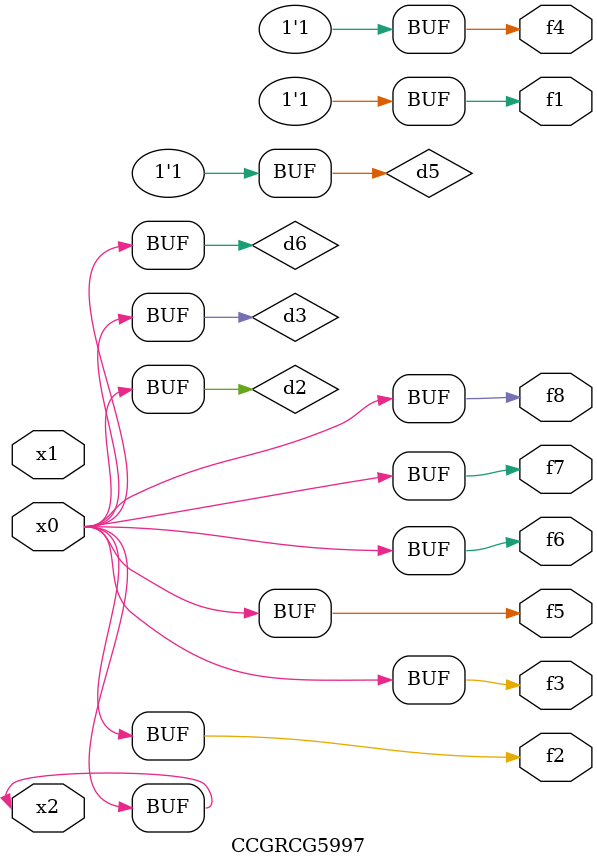
<source format=v>
module CCGRCG5997(
	input x0, x1, x2,
	output f1, f2, f3, f4, f5, f6, f7, f8
);

	wire d1, d2, d3, d4, d5, d6;

	xnor (d1, x2);
	buf (d2, x0, x2);
	and (d3, x0);
	xnor (d4, x1, x2);
	nand (d5, d1, d3);
	buf (d6, d2, d3);
	assign f1 = d5;
	assign f2 = d6;
	assign f3 = d6;
	assign f4 = d5;
	assign f5 = d6;
	assign f6 = d6;
	assign f7 = d6;
	assign f8 = d6;
endmodule

</source>
